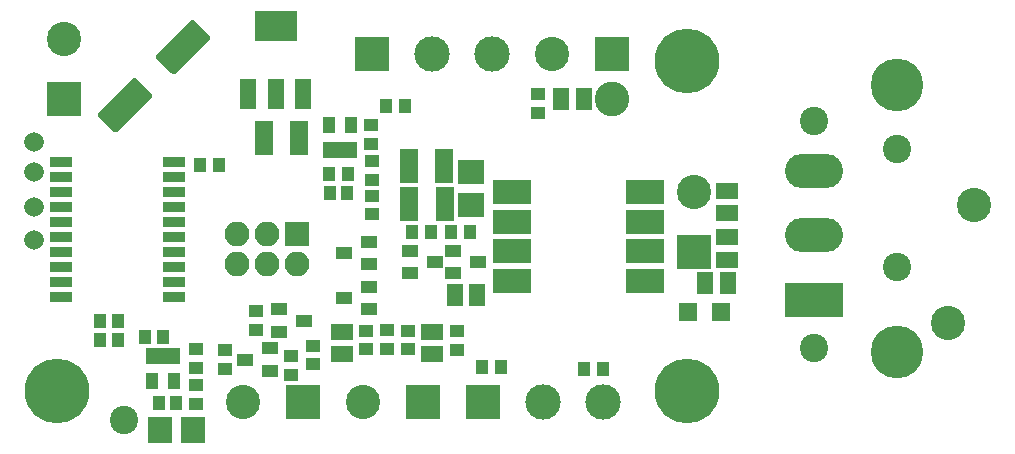
<source format=gts>
G04 #@! TF.GenerationSoftware,KiCad,Pcbnew,(5.99.0-273-g43768b71c)*
G04 #@! TF.CreationDate,2019-11-20T15:23:38-05:00*
G04 #@! TF.ProjectId,Plasma_Pilot3,506c6173-6d61-45f5-9069-6c6f74332e6b,rev?*
G04 #@! TF.SameCoordinates,Original*
G04 #@! TF.FileFunction,Soldermask,Top*
G04 #@! TF.FilePolarity,Negative*
%FSLAX46Y46*%
G04 Gerber Fmt 4.6, Leading zero omitted, Abs format (unit mm)*
G04 Created by KiCad (PCBNEW (5.99.0-273-g43768b71c)) date 2019-11-20 15:23:38*
%MOMM*%
%LPD*%
G04 APERTURE LIST*
%ADD10C,2.940000*%
%ADD11C,4.464000*%
%ADD12R,1.100000X1.300000*%
%ADD13C,5.480000*%
%ADD14R,1.400760X0.999440*%
%ADD15R,1.830020X0.951180*%
%ADD16R,3.200000X2.000000*%
%ADD17C,1.670000*%
%ADD18R,1.300000X1.100000*%
%ADD19C,2.900000*%
%ADD20O,4.900000X2.900000*%
%ADD21R,4.900000X2.900000*%
%ADD22C,2.400000*%
%ADD23R,3.650000X2.550000*%
%ADD24R,1.350000X2.550000*%
%ADD25R,1.400000X1.900000*%
%ADD26R,1.900000X1.400000*%
%ADD27O,2.100000X2.100000*%
%ADD28R,2.100000X2.100000*%
%ADD29R,1.600000X2.900000*%
%ADD30R,0.999440X1.400760*%
%ADD31C,3.000000*%
%ADD32R,3.000000X3.000000*%
%ADD33R,2.000200X2.203400*%
%ADD34R,2.203400X2.000200*%
%ADD35R,1.500000X1.500000*%
%ADD36R,2.900000X2.900000*%
G04 APERTURE END LIST*
D10*
X171450000Y-92710000D03*
D11*
X195580000Y-91567000D03*
X195580000Y-114173000D03*
D12*
X149086000Y-100711000D03*
X147586000Y-100711000D03*
D13*
X124460000Y-117475000D03*
X177800000Y-117475000D03*
X177800000Y-89535000D03*
D14*
X142534640Y-113855500D03*
X140421360Y-114808000D03*
X142534640Y-115760500D03*
D12*
X131965000Y-112903000D03*
X133465000Y-112903000D03*
D15*
X134426960Y-109499400D03*
X134426960Y-108229400D03*
X134426960Y-106959400D03*
X134426960Y-105689400D03*
X134426960Y-104419400D03*
X134426960Y-103149400D03*
X134426960Y-101879400D03*
X134426960Y-100609400D03*
X134426960Y-99339400D03*
X134426960Y-98069400D03*
X124805440Y-98069400D03*
X124805440Y-99339400D03*
X124805440Y-100609400D03*
X124805440Y-101879400D03*
X124805440Y-103149400D03*
X124805440Y-104419400D03*
X124805440Y-105689400D03*
X124805440Y-106959400D03*
X124805440Y-108229400D03*
X124805440Y-109499400D03*
D16*
X163006000Y-108144000D03*
X163006000Y-105644000D03*
X163006000Y-103144000D03*
X163006000Y-100644000D03*
X174306000Y-100644000D03*
X174306000Y-103144000D03*
X174306000Y-105644000D03*
X174306000Y-108144000D03*
D17*
X122555000Y-96393000D03*
X122555000Y-98933000D03*
X122555000Y-101854000D03*
X122555000Y-104648000D03*
D12*
X136614000Y-98298000D03*
X138214000Y-98298000D03*
D18*
X151130000Y-102477000D03*
X151130000Y-100977000D03*
D19*
X202141000Y-101680000D03*
X199941000Y-111680000D03*
D20*
X188569600Y-98817000D03*
X188569600Y-104267000D03*
D21*
X188569600Y-109717000D03*
D22*
X195580000Y-96981000D03*
X195580000Y-106981000D03*
D23*
X143002000Y-86529000D03*
D24*
X145302000Y-92329000D03*
X143002000Y-92329000D03*
X140702000Y-92329000D03*
D22*
X130175000Y-119888000D03*
X188595000Y-94615000D03*
X188595000Y-113792000D03*
D25*
X167198000Y-92710000D03*
X169098000Y-92710000D03*
D26*
X181229000Y-100523000D03*
X181229000Y-102423000D03*
D25*
X179390000Y-108331000D03*
X181290000Y-108331000D03*
D14*
X158052800Y-105600500D03*
X160166080Y-106553000D03*
X158052800Y-107505500D03*
X154391360Y-105600500D03*
X156504640Y-106553000D03*
X154391360Y-107505500D03*
X143301720Y-110553500D03*
X145415000Y-111506000D03*
X143301720Y-112458500D03*
D27*
X139700000Y-106680000D03*
X139700000Y-104140000D03*
X142240000Y-106680000D03*
X142240000Y-104140000D03*
X144780000Y-106680000D03*
D28*
X144780000Y-104140000D03*
D14*
X150916640Y-110553500D03*
X148803360Y-109601000D03*
X150916640Y-108648500D03*
X150916640Y-106743500D03*
X148803360Y-105791000D03*
X150916640Y-104838500D03*
D26*
X181229000Y-104460000D03*
X181229000Y-106360000D03*
D29*
X142010000Y-96012000D03*
X145010000Y-96012000D03*
D25*
X158181000Y-109347000D03*
X160081000Y-109347000D03*
D29*
X154305000Y-98425000D03*
X157305000Y-98425000D03*
X154329000Y-101600000D03*
X157329000Y-101600000D03*
D30*
X147510500Y-94955360D03*
X149415500Y-94955360D03*
X148463000Y-97068640D03*
X149415500Y-97068640D03*
X147510500Y-97068640D03*
X134429500Y-116626640D03*
X132524500Y-116626640D03*
X133477000Y-114513360D03*
X132524500Y-114513360D03*
X134429500Y-114513360D03*
D31*
X161290000Y-88900000D03*
X156210000Y-88900000D03*
D32*
X151130000Y-88900000D03*
D31*
X170688000Y-118364000D03*
X165608000Y-118364000D03*
D32*
X160528000Y-118364000D03*
D12*
X129705000Y-113157000D03*
X128105000Y-113157000D03*
D18*
X136271000Y-115496140D03*
X136271000Y-113896140D03*
X136271000Y-118529000D03*
X136271000Y-116929000D03*
D33*
X133211570Y-120777000D03*
X136005570Y-120777000D03*
D34*
X159512000Y-98933000D03*
X159512000Y-101727000D03*
D12*
X149136000Y-99060000D03*
X147536000Y-99060000D03*
D18*
X165227000Y-92291000D03*
X165227000Y-93891000D03*
X138684000Y-114008000D03*
X138684000Y-115608000D03*
X144272000Y-116116000D03*
X144272000Y-114516000D03*
D12*
X157837000Y-104013000D03*
X159437000Y-104013000D03*
D18*
X141351000Y-112268000D03*
X141351000Y-110668000D03*
D12*
X154535000Y-104013000D03*
X156135000Y-104013000D03*
D18*
X151130000Y-98006000D03*
X151130000Y-99606000D03*
X151066500Y-94958000D03*
X151066500Y-96558000D03*
D12*
X153962000Y-93345000D03*
X152362000Y-93345000D03*
D18*
X152400000Y-113919000D03*
X152400000Y-112319000D03*
D26*
X148590000Y-114361000D03*
X148590000Y-112461000D03*
X156210000Y-114361000D03*
X156210000Y-112461000D03*
D18*
X158369000Y-113995000D03*
X158369000Y-112395000D03*
D12*
X160490000Y-115443000D03*
X162090000Y-115443000D03*
X170726000Y-115570000D03*
X169126000Y-115570000D03*
D35*
X180721000Y-110744000D03*
X177921000Y-110744000D03*
D12*
X129655000Y-111506000D03*
X128155000Y-111506000D03*
X134608000Y-118491000D03*
X133108000Y-118491000D03*
G36*
X136063865Y-86067005D02*
G01*
X136181683Y-86139956D01*
X137380044Y-87338317D01*
X137442897Y-87430070D01*
X137468360Y-87538332D01*
X137452995Y-87648483D01*
X137380044Y-87766301D01*
X134590693Y-90555652D01*
X134498940Y-90618505D01*
X134390678Y-90643968D01*
X134280527Y-90628603D01*
X134162709Y-90555652D01*
X132964348Y-89357291D01*
X132901495Y-89265538D01*
X132876032Y-89157276D01*
X132891397Y-89047125D01*
X132964348Y-88929307D01*
X135753699Y-86139956D01*
X135845452Y-86077103D01*
X135953714Y-86051640D01*
X136063865Y-86067005D01*
G37*
G36*
X131149473Y-90981397D02*
G01*
X131267291Y-91054348D01*
X132465652Y-92252709D01*
X132528505Y-92344462D01*
X132553968Y-92452724D01*
X132538603Y-92562875D01*
X132465652Y-92680693D01*
X129676301Y-95470044D01*
X129584548Y-95532897D01*
X129476286Y-95558360D01*
X129366135Y-95542995D01*
X129248317Y-95470044D01*
X128049956Y-94271683D01*
X127987103Y-94179930D01*
X127961640Y-94071668D01*
X127977005Y-93961517D01*
X128049956Y-93843699D01*
X130839307Y-91054348D01*
X130931060Y-90991495D01*
X131039322Y-90966032D01*
X131149473Y-90981397D01*
G37*
D18*
X150622000Y-113907000D03*
X150622000Y-112407000D03*
X154178000Y-113895000D03*
X154178000Y-112395000D03*
X146177000Y-113677000D03*
X146177000Y-115177000D03*
D36*
X155448000Y-118364000D03*
D19*
X150368000Y-118364000D03*
D36*
X125095000Y-92710000D03*
D19*
X125095000Y-87630000D03*
D36*
X145288000Y-118364000D03*
D19*
X140208000Y-118364000D03*
D36*
X178435000Y-105664000D03*
D19*
X178435000Y-100584000D03*
D36*
X171450000Y-88900000D03*
D19*
X166370000Y-88900000D03*
M02*

</source>
